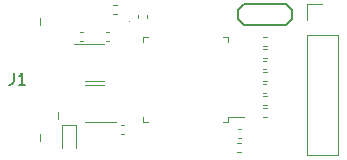
<source format=gbr>
%TF.GenerationSoftware,KiCad,Pcbnew,7.0.9*%
%TF.CreationDate,2024-09-12T17:06:43+08:00*%
%TF.ProjectId,FlyingStone-clone-01,466c7969-6e67-4537-946f-6e652d636c6f,rev?*%
%TF.SameCoordinates,Original*%
%TF.FileFunction,Legend,Top*%
%TF.FilePolarity,Positive*%
%FSLAX46Y46*%
G04 Gerber Fmt 4.6, Leading zero omitted, Abs format (unit mm)*
G04 Created by KiCad (PCBNEW 7.0.9) date 2024-09-12 17:06:43*
%MOMM*%
%LPD*%
G01*
G04 APERTURE LIST*
%ADD10C,0.150000*%
%ADD11C,0.120000*%
%ADD12C,0.100000*%
G04 APERTURE END LIST*
D10*
X102436666Y-106154819D02*
X102436666Y-106869104D01*
X102436666Y-106869104D02*
X102389047Y-107011961D01*
X102389047Y-107011961D02*
X102293809Y-107107200D01*
X102293809Y-107107200D02*
X102150952Y-107154819D01*
X102150952Y-107154819D02*
X102055714Y-107154819D01*
X103436666Y-107154819D02*
X102865238Y-107154819D01*
X103150952Y-107154819D02*
X103150952Y-106154819D01*
X103150952Y-106154819D02*
X103055714Y-106297676D01*
X103055714Y-106297676D02*
X102960476Y-106392914D01*
X102960476Y-106392914D02*
X102865238Y-106440533D01*
D11*
%TO.C,J1*%
X106210000Y-109450000D02*
X106210000Y-110050000D01*
X104700000Y-111360000D02*
X104700000Y-111940000D01*
X104700000Y-102140000D02*
X104700000Y-101560000D01*
%TO.C,R8*%
X123885121Y-108900000D02*
X123549879Y-108900000D01*
X123885121Y-108140000D02*
X123549879Y-108140000D01*
%TO.C,R7*%
X123885121Y-109900000D02*
X123549879Y-109900000D01*
X123885121Y-109140000D02*
X123549879Y-109140000D01*
D12*
%TO.C,D2*%
X112305000Y-101800000D02*
G75*
G03*
X112305000Y-101800000I-50000J0D01*
G01*
D11*
%TO.C,C9*%
X123586665Y-107150000D02*
X123818335Y-107150000D01*
X123586665Y-107870000D02*
X123818335Y-107870000D01*
%TO.C,R5*%
X123529879Y-103110000D02*
X123865121Y-103110000D01*
X123529879Y-103870000D02*
X123865121Y-103870000D01*
%TO.C,J2*%
X127250000Y-100340000D02*
X128580000Y-100340000D01*
X127250000Y-101670000D02*
X127250000Y-100340000D01*
X127250000Y-102940000D02*
X127250000Y-113160000D01*
X127250000Y-102940000D02*
X129910000Y-102940000D01*
X127250000Y-113160000D02*
X129910000Y-113160000D01*
X129910000Y-102940000D02*
X129910000Y-113160000D01*
%TO.C,U3*%
X109312500Y-103750000D02*
X107512500Y-103750000D01*
X109312500Y-103750000D02*
X110112500Y-103750000D01*
X109312500Y-106870000D02*
X108512500Y-106870000D01*
X109312500Y-106870000D02*
X110112500Y-106870000D01*
%TO.C,C2*%
X110518335Y-103440000D02*
X110286665Y-103440000D01*
X110518335Y-102720000D02*
X110286665Y-102720000D01*
D10*
%TO.C,SW1*%
X126000000Y-101640000D02*
X125500000Y-102140000D01*
X126000000Y-100840000D02*
X126000000Y-101640000D01*
X125500000Y-102140000D02*
X121900000Y-102140000D01*
X125500000Y-100340000D02*
X126000000Y-100840000D01*
X121900000Y-102140000D02*
X121400000Y-101640000D01*
X121900000Y-100340000D02*
X125500000Y-100340000D01*
X121400000Y-101640000D02*
X121400000Y-100840000D01*
X121400000Y-100840000D02*
X121900000Y-100340000D01*
D11*
%TO.C,R12*%
X110824879Y-100420000D02*
X111160121Y-100420000D01*
X110824879Y-101180000D02*
X111160121Y-101180000D01*
%TO.C,D1*%
X107750000Y-110547500D02*
X106550000Y-110547500D01*
X107750000Y-112507500D02*
X107750000Y-110547500D01*
X106550000Y-112507500D02*
X106550000Y-110547500D01*
%TO.C,R10*%
X123544879Y-106130000D02*
X123880121Y-106130000D01*
X123544879Y-106890000D02*
X123880121Y-106890000D01*
%TO.C,C5*%
X121436665Y-110920000D02*
X121668335Y-110920000D01*
X121436665Y-111640000D02*
X121668335Y-111640000D01*
%TO.C,C4*%
X123808335Y-105860000D02*
X123576665Y-105860000D01*
X123808335Y-105140000D02*
X123576665Y-105140000D01*
%TO.C,U1*%
X120610000Y-110360000D02*
X120610000Y-109910000D01*
X120610000Y-109910000D02*
X121900000Y-109910000D01*
X120610000Y-103140000D02*
X120610000Y-103590000D01*
X120160000Y-110360000D02*
X120610000Y-110360000D01*
X120160000Y-103140000D02*
X120610000Y-103140000D01*
X113840000Y-110360000D02*
X113390000Y-110360000D01*
X113840000Y-103140000D02*
X113390000Y-103140000D01*
X113390000Y-110360000D02*
X113390000Y-109910000D01*
X113390000Y-103140000D02*
X113390000Y-103590000D01*
%TO.C,U2*%
X109310000Y-110300000D02*
X111110000Y-110300000D01*
X109310000Y-110300000D02*
X108510000Y-110300000D01*
X109310000Y-107180000D02*
X110110000Y-107180000D01*
X109310000Y-107180000D02*
X108510000Y-107180000D01*
%TO.C,C3*%
X112970000Y-101498335D02*
X112970000Y-101266665D01*
X113690000Y-101498335D02*
X113690000Y-101266665D01*
%TO.C,R9*%
X121710121Y-112860000D02*
X121374879Y-112860000D01*
X121710121Y-112100000D02*
X121374879Y-112100000D01*
%TO.C,C6*%
X111785835Y-111330000D02*
X111554165Y-111330000D01*
X111785835Y-110610000D02*
X111554165Y-110610000D01*
%TO.C,R6*%
X123865121Y-104880000D02*
X123529879Y-104880000D01*
X123865121Y-104120000D02*
X123529879Y-104120000D01*
%TO.C,C1*%
X108064165Y-102720000D02*
X108295835Y-102720000D01*
X108064165Y-103440000D02*
X108295835Y-103440000D01*
%TD*%
M02*

</source>
